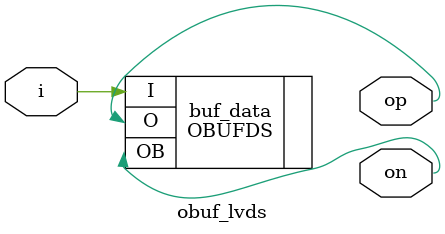
<source format=v>
/*
 * Copyright (C) 2014 Harmon Instruments, LLC
 *
 * This program is free software: you can redistribute it and/or modify
 * it under the terms of the GNU General Public License as published by
 * the Free Software Foundation, either version 3 of the License, or
 * (at your option) any later version.
 *
 * This program is distributed in the hope that it will be useful,
 * but WITHOUT ANY WARRANTY; without even the implied warranty of
 * MERCHANTABILITY or FITNESS FOR A PARTICULAR PURPOSE.  See the
 * GNU General Public License for more details.
 *
 * You should have received a copy of the GNU General Public License
 * along with this program.  If not, see <http://www.gnu.org/licenses/
 *
 */

`timescale 1ns / 1ps
`include "config.vh"

module obuf_lvds(input i, output op, on);
   OBUFDS  #(.IOSTANDARD("LVDS_33")) buf_data (.O(op), .OB(on), .I(i));
endmodule


</source>
